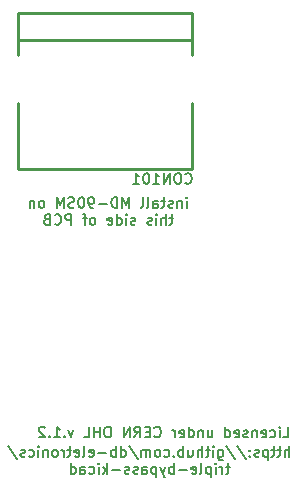
<source format=gbo>
G04 #@! TF.FileFunction,Legend,Bot*
%FSLAX46Y46*%
G04 Gerber Fmt 4.6, Leading zero omitted, Abs format (unit mm)*
G04 Created by KiCad (PCBNEW 4.0.2+dfsg1-stable) date Tue 07 Aug 2018 11:45:59 AM EDT*
%MOMM*%
G01*
G04 APERTURE LIST*
%ADD10C,0.100000*%
%ADD11C,0.203200*%
%ADD12C,0.254000*%
%ADD13C,0.177800*%
G04 APERTURE END LIST*
D10*
D11*
X149627164Y-111654167D02*
X150050497Y-111654167D01*
X150050497Y-110765167D01*
X149330830Y-111654167D02*
X149330830Y-111061500D01*
X149330830Y-110765167D02*
X149373164Y-110807500D01*
X149330830Y-110849833D01*
X149288497Y-110807500D01*
X149330830Y-110765167D01*
X149330830Y-110849833D01*
X148526497Y-111611833D02*
X148611164Y-111654167D01*
X148780497Y-111654167D01*
X148865164Y-111611833D01*
X148907497Y-111569500D01*
X148949831Y-111484833D01*
X148949831Y-111230833D01*
X148907497Y-111146167D01*
X148865164Y-111103833D01*
X148780497Y-111061500D01*
X148611164Y-111061500D01*
X148526497Y-111103833D01*
X147806831Y-111611833D02*
X147891497Y-111654167D01*
X148060831Y-111654167D01*
X148145497Y-111611833D01*
X148187831Y-111527167D01*
X148187831Y-111188500D01*
X148145497Y-111103833D01*
X148060831Y-111061500D01*
X147891497Y-111061500D01*
X147806831Y-111103833D01*
X147764497Y-111188500D01*
X147764497Y-111273167D01*
X148187831Y-111357833D01*
X147383497Y-111061500D02*
X147383497Y-111654167D01*
X147383497Y-111146167D02*
X147341164Y-111103833D01*
X147256497Y-111061500D01*
X147129497Y-111061500D01*
X147044831Y-111103833D01*
X147002497Y-111188500D01*
X147002497Y-111654167D01*
X146621498Y-111611833D02*
X146536831Y-111654167D01*
X146367498Y-111654167D01*
X146282831Y-111611833D01*
X146240498Y-111527167D01*
X146240498Y-111484833D01*
X146282831Y-111400167D01*
X146367498Y-111357833D01*
X146494498Y-111357833D01*
X146579164Y-111315500D01*
X146621498Y-111230833D01*
X146621498Y-111188500D01*
X146579164Y-111103833D01*
X146494498Y-111061500D01*
X146367498Y-111061500D01*
X146282831Y-111103833D01*
X145520831Y-111611833D02*
X145605497Y-111654167D01*
X145774831Y-111654167D01*
X145859497Y-111611833D01*
X145901831Y-111527167D01*
X145901831Y-111188500D01*
X145859497Y-111103833D01*
X145774831Y-111061500D01*
X145605497Y-111061500D01*
X145520831Y-111103833D01*
X145478497Y-111188500D01*
X145478497Y-111273167D01*
X145901831Y-111357833D01*
X144716497Y-111654167D02*
X144716497Y-110765167D01*
X144716497Y-111611833D02*
X144801164Y-111654167D01*
X144970497Y-111654167D01*
X145055164Y-111611833D01*
X145097497Y-111569500D01*
X145139831Y-111484833D01*
X145139831Y-111230833D01*
X145097497Y-111146167D01*
X145055164Y-111103833D01*
X144970497Y-111061500D01*
X144801164Y-111061500D01*
X144716497Y-111103833D01*
X143234831Y-111061500D02*
X143234831Y-111654167D01*
X143615831Y-111061500D02*
X143615831Y-111527167D01*
X143573498Y-111611833D01*
X143488831Y-111654167D01*
X143361831Y-111654167D01*
X143277165Y-111611833D01*
X143234831Y-111569500D01*
X142811498Y-111061500D02*
X142811498Y-111654167D01*
X142811498Y-111146167D02*
X142769165Y-111103833D01*
X142684498Y-111061500D01*
X142557498Y-111061500D01*
X142472832Y-111103833D01*
X142430498Y-111188500D01*
X142430498Y-111654167D01*
X141626165Y-111654167D02*
X141626165Y-110765167D01*
X141626165Y-111611833D02*
X141710832Y-111654167D01*
X141880165Y-111654167D01*
X141964832Y-111611833D01*
X142007165Y-111569500D01*
X142049499Y-111484833D01*
X142049499Y-111230833D01*
X142007165Y-111146167D01*
X141964832Y-111103833D01*
X141880165Y-111061500D01*
X141710832Y-111061500D01*
X141626165Y-111103833D01*
X140864166Y-111611833D02*
X140948832Y-111654167D01*
X141118166Y-111654167D01*
X141202832Y-111611833D01*
X141245166Y-111527167D01*
X141245166Y-111188500D01*
X141202832Y-111103833D01*
X141118166Y-111061500D01*
X140948832Y-111061500D01*
X140864166Y-111103833D01*
X140821832Y-111188500D01*
X140821832Y-111273167D01*
X141245166Y-111357833D01*
X140440832Y-111654167D02*
X140440832Y-111061500D01*
X140440832Y-111230833D02*
X140398499Y-111146167D01*
X140356166Y-111103833D01*
X140271499Y-111061500D01*
X140186832Y-111061500D01*
X138705166Y-111569500D02*
X138747500Y-111611833D01*
X138874500Y-111654167D01*
X138959166Y-111654167D01*
X139086166Y-111611833D01*
X139170833Y-111527167D01*
X139213166Y-111442500D01*
X139255500Y-111273167D01*
X139255500Y-111146167D01*
X139213166Y-110976833D01*
X139170833Y-110892167D01*
X139086166Y-110807500D01*
X138959166Y-110765167D01*
X138874500Y-110765167D01*
X138747500Y-110807500D01*
X138705166Y-110849833D01*
X138324166Y-111188500D02*
X138027833Y-111188500D01*
X137900833Y-111654167D02*
X138324166Y-111654167D01*
X138324166Y-110765167D01*
X137900833Y-110765167D01*
X137011833Y-111654167D02*
X137308167Y-111230833D01*
X137519833Y-111654167D02*
X137519833Y-110765167D01*
X137181167Y-110765167D01*
X137096500Y-110807500D01*
X137054167Y-110849833D01*
X137011833Y-110934500D01*
X137011833Y-111061500D01*
X137054167Y-111146167D01*
X137096500Y-111188500D01*
X137181167Y-111230833D01*
X137519833Y-111230833D01*
X136630833Y-111654167D02*
X136630833Y-110765167D01*
X136122833Y-111654167D01*
X136122833Y-110765167D01*
X134852834Y-110765167D02*
X134683501Y-110765167D01*
X134598834Y-110807500D01*
X134514167Y-110892167D01*
X134471834Y-111061500D01*
X134471834Y-111357833D01*
X134514167Y-111527167D01*
X134598834Y-111611833D01*
X134683501Y-111654167D01*
X134852834Y-111654167D01*
X134937501Y-111611833D01*
X135022167Y-111527167D01*
X135064501Y-111357833D01*
X135064501Y-111061500D01*
X135022167Y-110892167D01*
X134937501Y-110807500D01*
X134852834Y-110765167D01*
X134090834Y-111654167D02*
X134090834Y-110765167D01*
X134090834Y-111188500D02*
X133582834Y-111188500D01*
X133582834Y-111654167D02*
X133582834Y-110765167D01*
X132736168Y-111654167D02*
X133159501Y-111654167D01*
X133159501Y-110765167D01*
X131847168Y-111061500D02*
X131635501Y-111654167D01*
X131423835Y-111061500D01*
X131085168Y-111569500D02*
X131042835Y-111611833D01*
X131085168Y-111654167D01*
X131127502Y-111611833D01*
X131085168Y-111569500D01*
X131085168Y-111654167D01*
X130196169Y-111654167D02*
X130704169Y-111654167D01*
X130450169Y-111654167D02*
X130450169Y-110765167D01*
X130534835Y-110892167D01*
X130619502Y-110976833D01*
X130704169Y-111019167D01*
X129815168Y-111569500D02*
X129772835Y-111611833D01*
X129815168Y-111654167D01*
X129857502Y-111611833D01*
X129815168Y-111569500D01*
X129815168Y-111654167D01*
X129434169Y-110849833D02*
X129391835Y-110807500D01*
X129307169Y-110765167D01*
X129095502Y-110765167D01*
X129010835Y-110807500D01*
X128968502Y-110849833D01*
X128926169Y-110934500D01*
X128926169Y-111019167D01*
X128968502Y-111146167D01*
X129476502Y-111654167D01*
X128926169Y-111654167D01*
X150135163Y-113279767D02*
X150135163Y-112390767D01*
X149754163Y-113279767D02*
X149754163Y-112814100D01*
X149796497Y-112729433D01*
X149881163Y-112687100D01*
X150008163Y-112687100D01*
X150092830Y-112729433D01*
X150135163Y-112771767D01*
X149457830Y-112687100D02*
X149119164Y-112687100D01*
X149330830Y-112390767D02*
X149330830Y-113152767D01*
X149288497Y-113237433D01*
X149203830Y-113279767D01*
X149119164Y-113279767D01*
X148949830Y-112687100D02*
X148611164Y-112687100D01*
X148822830Y-112390767D02*
X148822830Y-113152767D01*
X148780497Y-113237433D01*
X148695830Y-113279767D01*
X148611164Y-113279767D01*
X148314830Y-112687100D02*
X148314830Y-113576100D01*
X148314830Y-112729433D02*
X148230164Y-112687100D01*
X148060830Y-112687100D01*
X147976164Y-112729433D01*
X147933830Y-112771767D01*
X147891497Y-112856433D01*
X147891497Y-113110433D01*
X147933830Y-113195100D01*
X147976164Y-113237433D01*
X148060830Y-113279767D01*
X148230164Y-113279767D01*
X148314830Y-113237433D01*
X147552831Y-113237433D02*
X147468164Y-113279767D01*
X147298831Y-113279767D01*
X147214164Y-113237433D01*
X147171831Y-113152767D01*
X147171831Y-113110433D01*
X147214164Y-113025767D01*
X147298831Y-112983433D01*
X147425831Y-112983433D01*
X147510497Y-112941100D01*
X147552831Y-112856433D01*
X147552831Y-112814100D01*
X147510497Y-112729433D01*
X147425831Y-112687100D01*
X147298831Y-112687100D01*
X147214164Y-112729433D01*
X146790830Y-113195100D02*
X146748497Y-113237433D01*
X146790830Y-113279767D01*
X146833164Y-113237433D01*
X146790830Y-113195100D01*
X146790830Y-113279767D01*
X146790830Y-112729433D02*
X146748497Y-112771767D01*
X146790830Y-112814100D01*
X146833164Y-112771767D01*
X146790830Y-112729433D01*
X146790830Y-112814100D01*
X145732497Y-112348433D02*
X146494497Y-113491433D01*
X144801164Y-112348433D02*
X145563164Y-113491433D01*
X144123831Y-112687100D02*
X144123831Y-113406767D01*
X144166165Y-113491433D01*
X144208498Y-113533767D01*
X144293165Y-113576100D01*
X144420165Y-113576100D01*
X144504831Y-113533767D01*
X144123831Y-113237433D02*
X144208498Y-113279767D01*
X144377831Y-113279767D01*
X144462498Y-113237433D01*
X144504831Y-113195100D01*
X144547165Y-113110433D01*
X144547165Y-112856433D01*
X144504831Y-112771767D01*
X144462498Y-112729433D01*
X144377831Y-112687100D01*
X144208498Y-112687100D01*
X144123831Y-112729433D01*
X143700498Y-113279767D02*
X143700498Y-112687100D01*
X143700498Y-112390767D02*
X143742832Y-112433100D01*
X143700498Y-112475433D01*
X143658165Y-112433100D01*
X143700498Y-112390767D01*
X143700498Y-112475433D01*
X143404165Y-112687100D02*
X143065499Y-112687100D01*
X143277165Y-112390767D02*
X143277165Y-113152767D01*
X143234832Y-113237433D01*
X143150165Y-113279767D01*
X143065499Y-113279767D01*
X142769165Y-113279767D02*
X142769165Y-112390767D01*
X142388165Y-113279767D02*
X142388165Y-112814100D01*
X142430499Y-112729433D01*
X142515165Y-112687100D01*
X142642165Y-112687100D01*
X142726832Y-112729433D01*
X142769165Y-112771767D01*
X141583832Y-112687100D02*
X141583832Y-113279767D01*
X141964832Y-112687100D02*
X141964832Y-113152767D01*
X141922499Y-113237433D01*
X141837832Y-113279767D01*
X141710832Y-113279767D01*
X141626166Y-113237433D01*
X141583832Y-113195100D01*
X141160499Y-113279767D02*
X141160499Y-112390767D01*
X141160499Y-112729433D02*
X141075833Y-112687100D01*
X140906499Y-112687100D01*
X140821833Y-112729433D01*
X140779499Y-112771767D01*
X140737166Y-112856433D01*
X140737166Y-113110433D01*
X140779499Y-113195100D01*
X140821833Y-113237433D01*
X140906499Y-113279767D01*
X141075833Y-113279767D01*
X141160499Y-113237433D01*
X140356166Y-113195100D02*
X140313833Y-113237433D01*
X140356166Y-113279767D01*
X140398500Y-113237433D01*
X140356166Y-113195100D01*
X140356166Y-113279767D01*
X139551833Y-113237433D02*
X139636500Y-113279767D01*
X139805833Y-113279767D01*
X139890500Y-113237433D01*
X139932833Y-113195100D01*
X139975167Y-113110433D01*
X139975167Y-112856433D01*
X139932833Y-112771767D01*
X139890500Y-112729433D01*
X139805833Y-112687100D01*
X139636500Y-112687100D01*
X139551833Y-112729433D01*
X139043833Y-113279767D02*
X139128500Y-113237433D01*
X139170833Y-113195100D01*
X139213167Y-113110433D01*
X139213167Y-112856433D01*
X139170833Y-112771767D01*
X139128500Y-112729433D01*
X139043833Y-112687100D01*
X138916833Y-112687100D01*
X138832167Y-112729433D01*
X138789833Y-112771767D01*
X138747500Y-112856433D01*
X138747500Y-113110433D01*
X138789833Y-113195100D01*
X138832167Y-113237433D01*
X138916833Y-113279767D01*
X139043833Y-113279767D01*
X138366500Y-113279767D02*
X138366500Y-112687100D01*
X138366500Y-112771767D02*
X138324167Y-112729433D01*
X138239500Y-112687100D01*
X138112500Y-112687100D01*
X138027834Y-112729433D01*
X137985500Y-112814100D01*
X137985500Y-113279767D01*
X137985500Y-112814100D02*
X137943167Y-112729433D01*
X137858500Y-112687100D01*
X137731500Y-112687100D01*
X137646834Y-112729433D01*
X137604500Y-112814100D01*
X137604500Y-113279767D01*
X136546167Y-112348433D02*
X137308167Y-113491433D01*
X135868834Y-113279767D02*
X135868834Y-112390767D01*
X135868834Y-113237433D02*
X135953501Y-113279767D01*
X136122834Y-113279767D01*
X136207501Y-113237433D01*
X136249834Y-113195100D01*
X136292168Y-113110433D01*
X136292168Y-112856433D01*
X136249834Y-112771767D01*
X136207501Y-112729433D01*
X136122834Y-112687100D01*
X135953501Y-112687100D01*
X135868834Y-112729433D01*
X135445501Y-113279767D02*
X135445501Y-112390767D01*
X135445501Y-112729433D02*
X135360835Y-112687100D01*
X135191501Y-112687100D01*
X135106835Y-112729433D01*
X135064501Y-112771767D01*
X135022168Y-112856433D01*
X135022168Y-113110433D01*
X135064501Y-113195100D01*
X135106835Y-113237433D01*
X135191501Y-113279767D01*
X135360835Y-113279767D01*
X135445501Y-113237433D01*
X134641168Y-112941100D02*
X133963835Y-112941100D01*
X133201835Y-113237433D02*
X133286501Y-113279767D01*
X133455835Y-113279767D01*
X133540501Y-113237433D01*
X133582835Y-113152767D01*
X133582835Y-112814100D01*
X133540501Y-112729433D01*
X133455835Y-112687100D01*
X133286501Y-112687100D01*
X133201835Y-112729433D01*
X133159501Y-112814100D01*
X133159501Y-112898767D01*
X133582835Y-112983433D01*
X132651501Y-113279767D02*
X132736168Y-113237433D01*
X132778501Y-113152767D01*
X132778501Y-112390767D01*
X131974168Y-113237433D02*
X132058834Y-113279767D01*
X132228168Y-113279767D01*
X132312834Y-113237433D01*
X132355168Y-113152767D01*
X132355168Y-112814100D01*
X132312834Y-112729433D01*
X132228168Y-112687100D01*
X132058834Y-112687100D01*
X131974168Y-112729433D01*
X131931834Y-112814100D01*
X131931834Y-112898767D01*
X132355168Y-112983433D01*
X131677834Y-112687100D02*
X131339168Y-112687100D01*
X131550834Y-112390767D02*
X131550834Y-113152767D01*
X131508501Y-113237433D01*
X131423834Y-113279767D01*
X131339168Y-113279767D01*
X131042834Y-113279767D02*
X131042834Y-112687100D01*
X131042834Y-112856433D02*
X131000501Y-112771767D01*
X130958168Y-112729433D01*
X130873501Y-112687100D01*
X130788834Y-112687100D01*
X130365501Y-113279767D02*
X130450168Y-113237433D01*
X130492501Y-113195100D01*
X130534835Y-113110433D01*
X130534835Y-112856433D01*
X130492501Y-112771767D01*
X130450168Y-112729433D01*
X130365501Y-112687100D01*
X130238501Y-112687100D01*
X130153835Y-112729433D01*
X130111501Y-112771767D01*
X130069168Y-112856433D01*
X130069168Y-113110433D01*
X130111501Y-113195100D01*
X130153835Y-113237433D01*
X130238501Y-113279767D01*
X130365501Y-113279767D01*
X129688168Y-112687100D02*
X129688168Y-113279767D01*
X129688168Y-112771767D02*
X129645835Y-112729433D01*
X129561168Y-112687100D01*
X129434168Y-112687100D01*
X129349502Y-112729433D01*
X129307168Y-112814100D01*
X129307168Y-113279767D01*
X128883835Y-113279767D02*
X128883835Y-112687100D01*
X128883835Y-112390767D02*
X128926169Y-112433100D01*
X128883835Y-112475433D01*
X128841502Y-112433100D01*
X128883835Y-112390767D01*
X128883835Y-112475433D01*
X128079502Y-113237433D02*
X128164169Y-113279767D01*
X128333502Y-113279767D01*
X128418169Y-113237433D01*
X128460502Y-113195100D01*
X128502836Y-113110433D01*
X128502836Y-112856433D01*
X128460502Y-112771767D01*
X128418169Y-112729433D01*
X128333502Y-112687100D01*
X128164169Y-112687100D01*
X128079502Y-112729433D01*
X127740836Y-113237433D02*
X127656169Y-113279767D01*
X127486836Y-113279767D01*
X127402169Y-113237433D01*
X127359836Y-113152767D01*
X127359836Y-113110433D01*
X127402169Y-113025767D01*
X127486836Y-112983433D01*
X127613836Y-112983433D01*
X127698502Y-112941100D01*
X127740836Y-112856433D01*
X127740836Y-112814100D01*
X127698502Y-112729433D01*
X127613836Y-112687100D01*
X127486836Y-112687100D01*
X127402169Y-112729433D01*
X126343835Y-112348433D02*
X127105835Y-113491433D01*
X145097499Y-114134900D02*
X144758833Y-114134900D01*
X144970499Y-113838567D02*
X144970499Y-114600567D01*
X144928166Y-114685233D01*
X144843499Y-114727567D01*
X144758833Y-114727567D01*
X144462499Y-114727567D02*
X144462499Y-114134900D01*
X144462499Y-114304233D02*
X144420166Y-114219567D01*
X144377833Y-114177233D01*
X144293166Y-114134900D01*
X144208499Y-114134900D01*
X143912166Y-114727567D02*
X143912166Y-114134900D01*
X143912166Y-113838567D02*
X143954500Y-113880900D01*
X143912166Y-113923233D01*
X143869833Y-113880900D01*
X143912166Y-113838567D01*
X143912166Y-113923233D01*
X143488833Y-114134900D02*
X143488833Y-115023900D01*
X143488833Y-114177233D02*
X143404167Y-114134900D01*
X143234833Y-114134900D01*
X143150167Y-114177233D01*
X143107833Y-114219567D01*
X143065500Y-114304233D01*
X143065500Y-114558233D01*
X143107833Y-114642900D01*
X143150167Y-114685233D01*
X143234833Y-114727567D01*
X143404167Y-114727567D01*
X143488833Y-114685233D01*
X142557500Y-114727567D02*
X142642167Y-114685233D01*
X142684500Y-114600567D01*
X142684500Y-113838567D01*
X141880167Y-114685233D02*
X141964833Y-114727567D01*
X142134167Y-114727567D01*
X142218833Y-114685233D01*
X142261167Y-114600567D01*
X142261167Y-114261900D01*
X142218833Y-114177233D01*
X142134167Y-114134900D01*
X141964833Y-114134900D01*
X141880167Y-114177233D01*
X141837833Y-114261900D01*
X141837833Y-114346567D01*
X142261167Y-114431233D01*
X141456833Y-114388900D02*
X140779500Y-114388900D01*
X140356166Y-114727567D02*
X140356166Y-113838567D01*
X140356166Y-114177233D02*
X140271500Y-114134900D01*
X140102166Y-114134900D01*
X140017500Y-114177233D01*
X139975166Y-114219567D01*
X139932833Y-114304233D01*
X139932833Y-114558233D01*
X139975166Y-114642900D01*
X140017500Y-114685233D01*
X140102166Y-114727567D01*
X140271500Y-114727567D01*
X140356166Y-114685233D01*
X139636500Y-114134900D02*
X139424833Y-114727567D01*
X139213167Y-114134900D02*
X139424833Y-114727567D01*
X139509500Y-114939233D01*
X139551833Y-114981567D01*
X139636500Y-115023900D01*
X138874500Y-114134900D02*
X138874500Y-115023900D01*
X138874500Y-114177233D02*
X138789834Y-114134900D01*
X138620500Y-114134900D01*
X138535834Y-114177233D01*
X138493500Y-114219567D01*
X138451167Y-114304233D01*
X138451167Y-114558233D01*
X138493500Y-114642900D01*
X138535834Y-114685233D01*
X138620500Y-114727567D01*
X138789834Y-114727567D01*
X138874500Y-114685233D01*
X137689167Y-114727567D02*
X137689167Y-114261900D01*
X137731501Y-114177233D01*
X137816167Y-114134900D01*
X137985501Y-114134900D01*
X138070167Y-114177233D01*
X137689167Y-114685233D02*
X137773834Y-114727567D01*
X137985501Y-114727567D01*
X138070167Y-114685233D01*
X138112501Y-114600567D01*
X138112501Y-114515900D01*
X138070167Y-114431233D01*
X137985501Y-114388900D01*
X137773834Y-114388900D01*
X137689167Y-114346567D01*
X137308168Y-114685233D02*
X137223501Y-114727567D01*
X137054168Y-114727567D01*
X136969501Y-114685233D01*
X136927168Y-114600567D01*
X136927168Y-114558233D01*
X136969501Y-114473567D01*
X137054168Y-114431233D01*
X137181168Y-114431233D01*
X137265834Y-114388900D01*
X137308168Y-114304233D01*
X137308168Y-114261900D01*
X137265834Y-114177233D01*
X137181168Y-114134900D01*
X137054168Y-114134900D01*
X136969501Y-114177233D01*
X136588501Y-114685233D02*
X136503834Y-114727567D01*
X136334501Y-114727567D01*
X136249834Y-114685233D01*
X136207501Y-114600567D01*
X136207501Y-114558233D01*
X136249834Y-114473567D01*
X136334501Y-114431233D01*
X136461501Y-114431233D01*
X136546167Y-114388900D01*
X136588501Y-114304233D01*
X136588501Y-114261900D01*
X136546167Y-114177233D01*
X136461501Y-114134900D01*
X136334501Y-114134900D01*
X136249834Y-114177233D01*
X135826500Y-114388900D02*
X135149167Y-114388900D01*
X134725833Y-114727567D02*
X134725833Y-113838567D01*
X134641167Y-114388900D02*
X134387167Y-114727567D01*
X134387167Y-114134900D02*
X134725833Y-114473567D01*
X134006166Y-114727567D02*
X134006166Y-114134900D01*
X134006166Y-113838567D02*
X134048500Y-113880900D01*
X134006166Y-113923233D01*
X133963833Y-113880900D01*
X134006166Y-113838567D01*
X134006166Y-113923233D01*
X133201833Y-114685233D02*
X133286500Y-114727567D01*
X133455833Y-114727567D01*
X133540500Y-114685233D01*
X133582833Y-114642900D01*
X133625167Y-114558233D01*
X133625167Y-114304233D01*
X133582833Y-114219567D01*
X133540500Y-114177233D01*
X133455833Y-114134900D01*
X133286500Y-114134900D01*
X133201833Y-114177233D01*
X132439833Y-114727567D02*
X132439833Y-114261900D01*
X132482167Y-114177233D01*
X132566833Y-114134900D01*
X132736167Y-114134900D01*
X132820833Y-114177233D01*
X132439833Y-114685233D02*
X132524500Y-114727567D01*
X132736167Y-114727567D01*
X132820833Y-114685233D01*
X132863167Y-114600567D01*
X132863167Y-114515900D01*
X132820833Y-114431233D01*
X132736167Y-114388900D01*
X132524500Y-114388900D01*
X132439833Y-114346567D01*
X131635500Y-114727567D02*
X131635500Y-113838567D01*
X131635500Y-114685233D02*
X131720167Y-114727567D01*
X131889500Y-114727567D01*
X131974167Y-114685233D01*
X132016500Y-114642900D01*
X132058834Y-114558233D01*
X132058834Y-114304233D01*
X132016500Y-114219567D01*
X131974167Y-114177233D01*
X131889500Y-114134900D01*
X131720167Y-114134900D01*
X131635500Y-114177233D01*
X141456833Y-92197767D02*
X141456833Y-91605100D01*
X141456833Y-91308767D02*
X141499167Y-91351100D01*
X141456833Y-91393433D01*
X141414500Y-91351100D01*
X141456833Y-91308767D01*
X141456833Y-91393433D01*
X141033500Y-91605100D02*
X141033500Y-92197767D01*
X141033500Y-91689767D02*
X140991167Y-91647433D01*
X140906500Y-91605100D01*
X140779500Y-91605100D01*
X140694834Y-91647433D01*
X140652500Y-91732100D01*
X140652500Y-92197767D01*
X140271501Y-92155433D02*
X140186834Y-92197767D01*
X140017501Y-92197767D01*
X139932834Y-92155433D01*
X139890501Y-92070767D01*
X139890501Y-92028433D01*
X139932834Y-91943767D01*
X140017501Y-91901433D01*
X140144501Y-91901433D01*
X140229167Y-91859100D01*
X140271501Y-91774433D01*
X140271501Y-91732100D01*
X140229167Y-91647433D01*
X140144501Y-91605100D01*
X140017501Y-91605100D01*
X139932834Y-91647433D01*
X139636500Y-91605100D02*
X139297834Y-91605100D01*
X139509500Y-91308767D02*
X139509500Y-92070767D01*
X139467167Y-92155433D01*
X139382500Y-92197767D01*
X139297834Y-92197767D01*
X138620500Y-92197767D02*
X138620500Y-91732100D01*
X138662834Y-91647433D01*
X138747500Y-91605100D01*
X138916834Y-91605100D01*
X139001500Y-91647433D01*
X138620500Y-92155433D02*
X138705167Y-92197767D01*
X138916834Y-92197767D01*
X139001500Y-92155433D01*
X139043834Y-92070767D01*
X139043834Y-91986100D01*
X139001500Y-91901433D01*
X138916834Y-91859100D01*
X138705167Y-91859100D01*
X138620500Y-91816767D01*
X138070167Y-92197767D02*
X138154834Y-92155433D01*
X138197167Y-92070767D01*
X138197167Y-91308767D01*
X137604500Y-92197767D02*
X137689167Y-92155433D01*
X137731500Y-92070767D01*
X137731500Y-91308767D01*
X136588500Y-92197767D02*
X136588500Y-91308767D01*
X136292167Y-91943767D01*
X135995834Y-91308767D01*
X135995834Y-92197767D01*
X135572500Y-92197767D02*
X135572500Y-91308767D01*
X135360834Y-91308767D01*
X135233834Y-91351100D01*
X135149167Y-91435767D01*
X135106834Y-91520433D01*
X135064500Y-91689767D01*
X135064500Y-91816767D01*
X135106834Y-91986100D01*
X135149167Y-92070767D01*
X135233834Y-92155433D01*
X135360834Y-92197767D01*
X135572500Y-92197767D01*
X134683500Y-91859100D02*
X134006167Y-91859100D01*
X133540500Y-92197767D02*
X133371167Y-92197767D01*
X133286500Y-92155433D01*
X133244167Y-92113100D01*
X133159500Y-91986100D01*
X133117167Y-91816767D01*
X133117167Y-91478100D01*
X133159500Y-91393433D01*
X133201833Y-91351100D01*
X133286500Y-91308767D01*
X133455833Y-91308767D01*
X133540500Y-91351100D01*
X133582833Y-91393433D01*
X133625167Y-91478100D01*
X133625167Y-91689767D01*
X133582833Y-91774433D01*
X133540500Y-91816767D01*
X133455833Y-91859100D01*
X133286500Y-91859100D01*
X133201833Y-91816767D01*
X133159500Y-91774433D01*
X133117167Y-91689767D01*
X132566833Y-91308767D02*
X132482166Y-91308767D01*
X132397500Y-91351100D01*
X132355166Y-91393433D01*
X132312833Y-91478100D01*
X132270500Y-91647433D01*
X132270500Y-91859100D01*
X132312833Y-92028433D01*
X132355166Y-92113100D01*
X132397500Y-92155433D01*
X132482166Y-92197767D01*
X132566833Y-92197767D01*
X132651500Y-92155433D01*
X132693833Y-92113100D01*
X132736166Y-92028433D01*
X132778500Y-91859100D01*
X132778500Y-91647433D01*
X132736166Y-91478100D01*
X132693833Y-91393433D01*
X132651500Y-91351100D01*
X132566833Y-91308767D01*
X131931833Y-92155433D02*
X131804833Y-92197767D01*
X131593166Y-92197767D01*
X131508499Y-92155433D01*
X131466166Y-92113100D01*
X131423833Y-92028433D01*
X131423833Y-91943767D01*
X131466166Y-91859100D01*
X131508499Y-91816767D01*
X131593166Y-91774433D01*
X131762499Y-91732100D01*
X131847166Y-91689767D01*
X131889499Y-91647433D01*
X131931833Y-91562767D01*
X131931833Y-91478100D01*
X131889499Y-91393433D01*
X131847166Y-91351100D01*
X131762499Y-91308767D01*
X131550833Y-91308767D01*
X131423833Y-91351100D01*
X131042832Y-92197767D02*
X131042832Y-91308767D01*
X130746499Y-91943767D01*
X130450166Y-91308767D01*
X130450166Y-92197767D01*
X129222499Y-92197767D02*
X129307166Y-92155433D01*
X129349499Y-92113100D01*
X129391833Y-92028433D01*
X129391833Y-91774433D01*
X129349499Y-91689767D01*
X129307166Y-91647433D01*
X129222499Y-91605100D01*
X129095499Y-91605100D01*
X129010833Y-91647433D01*
X128968499Y-91689767D01*
X128926166Y-91774433D01*
X128926166Y-92028433D01*
X128968499Y-92113100D01*
X129010833Y-92155433D01*
X129095499Y-92197767D01*
X129222499Y-92197767D01*
X128545166Y-91605100D02*
X128545166Y-92197767D01*
X128545166Y-91689767D02*
X128502833Y-91647433D01*
X128418166Y-91605100D01*
X128291166Y-91605100D01*
X128206500Y-91647433D01*
X128164166Y-91732100D01*
X128164166Y-92197767D01*
X140313832Y-93052900D02*
X139975166Y-93052900D01*
X140186832Y-92756567D02*
X140186832Y-93518567D01*
X140144499Y-93603233D01*
X140059832Y-93645567D01*
X139975166Y-93645567D01*
X139678832Y-93645567D02*
X139678832Y-92756567D01*
X139297832Y-93645567D02*
X139297832Y-93179900D01*
X139340166Y-93095233D01*
X139424832Y-93052900D01*
X139551832Y-93052900D01*
X139636499Y-93095233D01*
X139678832Y-93137567D01*
X138874499Y-93645567D02*
X138874499Y-93052900D01*
X138874499Y-92756567D02*
X138916833Y-92798900D01*
X138874499Y-92841233D01*
X138832166Y-92798900D01*
X138874499Y-92756567D01*
X138874499Y-92841233D01*
X138493500Y-93603233D02*
X138408833Y-93645567D01*
X138239500Y-93645567D01*
X138154833Y-93603233D01*
X138112500Y-93518567D01*
X138112500Y-93476233D01*
X138154833Y-93391567D01*
X138239500Y-93349233D01*
X138366500Y-93349233D01*
X138451166Y-93306900D01*
X138493500Y-93222233D01*
X138493500Y-93179900D01*
X138451166Y-93095233D01*
X138366500Y-93052900D01*
X138239500Y-93052900D01*
X138154833Y-93095233D01*
X137096500Y-93603233D02*
X137011833Y-93645567D01*
X136842500Y-93645567D01*
X136757833Y-93603233D01*
X136715500Y-93518567D01*
X136715500Y-93476233D01*
X136757833Y-93391567D01*
X136842500Y-93349233D01*
X136969500Y-93349233D01*
X137054166Y-93306900D01*
X137096500Y-93222233D01*
X137096500Y-93179900D01*
X137054166Y-93095233D01*
X136969500Y-93052900D01*
X136842500Y-93052900D01*
X136757833Y-93095233D01*
X136334499Y-93645567D02*
X136334499Y-93052900D01*
X136334499Y-92756567D02*
X136376833Y-92798900D01*
X136334499Y-92841233D01*
X136292166Y-92798900D01*
X136334499Y-92756567D01*
X136334499Y-92841233D01*
X135530166Y-93645567D02*
X135530166Y-92756567D01*
X135530166Y-93603233D02*
X135614833Y-93645567D01*
X135784166Y-93645567D01*
X135868833Y-93603233D01*
X135911166Y-93560900D01*
X135953500Y-93476233D01*
X135953500Y-93222233D01*
X135911166Y-93137567D01*
X135868833Y-93095233D01*
X135784166Y-93052900D01*
X135614833Y-93052900D01*
X135530166Y-93095233D01*
X134768167Y-93603233D02*
X134852833Y-93645567D01*
X135022167Y-93645567D01*
X135106833Y-93603233D01*
X135149167Y-93518567D01*
X135149167Y-93179900D01*
X135106833Y-93095233D01*
X135022167Y-93052900D01*
X134852833Y-93052900D01*
X134768167Y-93095233D01*
X134725833Y-93179900D01*
X134725833Y-93264567D01*
X135149167Y-93349233D01*
X133540500Y-93645567D02*
X133625167Y-93603233D01*
X133667500Y-93560900D01*
X133709834Y-93476233D01*
X133709834Y-93222233D01*
X133667500Y-93137567D01*
X133625167Y-93095233D01*
X133540500Y-93052900D01*
X133413500Y-93052900D01*
X133328834Y-93095233D01*
X133286500Y-93137567D01*
X133244167Y-93222233D01*
X133244167Y-93476233D01*
X133286500Y-93560900D01*
X133328834Y-93603233D01*
X133413500Y-93645567D01*
X133540500Y-93645567D01*
X132990167Y-93052900D02*
X132651501Y-93052900D01*
X132863167Y-93645567D02*
X132863167Y-92883567D01*
X132820834Y-92798900D01*
X132736167Y-92756567D01*
X132651501Y-92756567D01*
X131677834Y-93645567D02*
X131677834Y-92756567D01*
X131339168Y-92756567D01*
X131254501Y-92798900D01*
X131212168Y-92841233D01*
X131169834Y-92925900D01*
X131169834Y-93052900D01*
X131212168Y-93137567D01*
X131254501Y-93179900D01*
X131339168Y-93222233D01*
X131677834Y-93222233D01*
X130280834Y-93560900D02*
X130323168Y-93603233D01*
X130450168Y-93645567D01*
X130534834Y-93645567D01*
X130661834Y-93603233D01*
X130746501Y-93518567D01*
X130788834Y-93433900D01*
X130831168Y-93264567D01*
X130831168Y-93137567D01*
X130788834Y-92968233D01*
X130746501Y-92883567D01*
X130661834Y-92798900D01*
X130534834Y-92756567D01*
X130450168Y-92756567D01*
X130323168Y-92798900D01*
X130280834Y-92841233D01*
X129603501Y-93179900D02*
X129476501Y-93222233D01*
X129434168Y-93264567D01*
X129391834Y-93349233D01*
X129391834Y-93476233D01*
X129434168Y-93560900D01*
X129476501Y-93603233D01*
X129561168Y-93645567D01*
X129899834Y-93645567D01*
X129899834Y-92756567D01*
X129603501Y-92756567D01*
X129518834Y-92798900D01*
X129476501Y-92841233D01*
X129434168Y-92925900D01*
X129434168Y-93010567D01*
X129476501Y-93095233D01*
X129518834Y-93137567D01*
X129603501Y-93179900D01*
X129899834Y-93179900D01*
D12*
X127127000Y-75692000D02*
X127127000Y-77978000D01*
X141859000Y-75692000D02*
X127127000Y-75692000D01*
X141859000Y-77978000D02*
X141859000Y-75692000D01*
X127127000Y-77978000D02*
X127127000Y-79248000D01*
X141859000Y-77978000D02*
X127127000Y-77978000D01*
X141859000Y-79248000D02*
X141859000Y-77978000D01*
X141859000Y-88900000D02*
X141859000Y-83312000D01*
X127127000Y-88900000D02*
X127127000Y-83312000D01*
X141859000Y-88900000D02*
X127127000Y-88900000D01*
D13*
X141308666Y-90106500D02*
X141351000Y-90148833D01*
X141478000Y-90191167D01*
X141562666Y-90191167D01*
X141689666Y-90148833D01*
X141774333Y-90064167D01*
X141816666Y-89979500D01*
X141859000Y-89810167D01*
X141859000Y-89683167D01*
X141816666Y-89513833D01*
X141774333Y-89429167D01*
X141689666Y-89344500D01*
X141562666Y-89302167D01*
X141478000Y-89302167D01*
X141351000Y-89344500D01*
X141308666Y-89386833D01*
X140758333Y-89302167D02*
X140589000Y-89302167D01*
X140504333Y-89344500D01*
X140419666Y-89429167D01*
X140377333Y-89598500D01*
X140377333Y-89894833D01*
X140419666Y-90064167D01*
X140504333Y-90148833D01*
X140589000Y-90191167D01*
X140758333Y-90191167D01*
X140843000Y-90148833D01*
X140927666Y-90064167D01*
X140970000Y-89894833D01*
X140970000Y-89598500D01*
X140927666Y-89429167D01*
X140843000Y-89344500D01*
X140758333Y-89302167D01*
X139996333Y-90191167D02*
X139996333Y-89302167D01*
X139488333Y-90191167D01*
X139488333Y-89302167D01*
X138599334Y-90191167D02*
X139107334Y-90191167D01*
X138853334Y-90191167D02*
X138853334Y-89302167D01*
X138938000Y-89429167D01*
X139022667Y-89513833D01*
X139107334Y-89556167D01*
X138049000Y-89302167D02*
X137964333Y-89302167D01*
X137879667Y-89344500D01*
X137837333Y-89386833D01*
X137795000Y-89471500D01*
X137752667Y-89640833D01*
X137752667Y-89852500D01*
X137795000Y-90021833D01*
X137837333Y-90106500D01*
X137879667Y-90148833D01*
X137964333Y-90191167D01*
X138049000Y-90191167D01*
X138133667Y-90148833D01*
X138176000Y-90106500D01*
X138218333Y-90021833D01*
X138260667Y-89852500D01*
X138260667Y-89640833D01*
X138218333Y-89471500D01*
X138176000Y-89386833D01*
X138133667Y-89344500D01*
X138049000Y-89302167D01*
X136906000Y-90191167D02*
X137414000Y-90191167D01*
X137160000Y-90191167D02*
X137160000Y-89302167D01*
X137244666Y-89429167D01*
X137329333Y-89513833D01*
X137414000Y-89556167D01*
M02*

</source>
